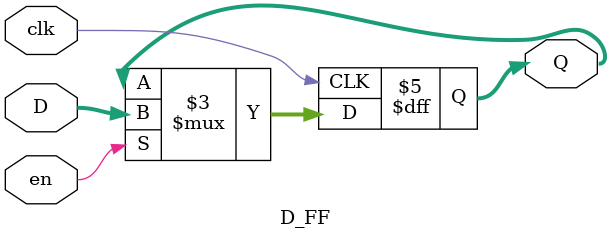
<source format=v>
`timescale 1ns / 1ps
module D_FF(clk,en,D,Q);
input clk,en;
input [3:0]D;
output reg [3:0]Q;
always@(posedge clk)
begin
	if(en==1)
		Q<=D;
end
endmodule

</source>
